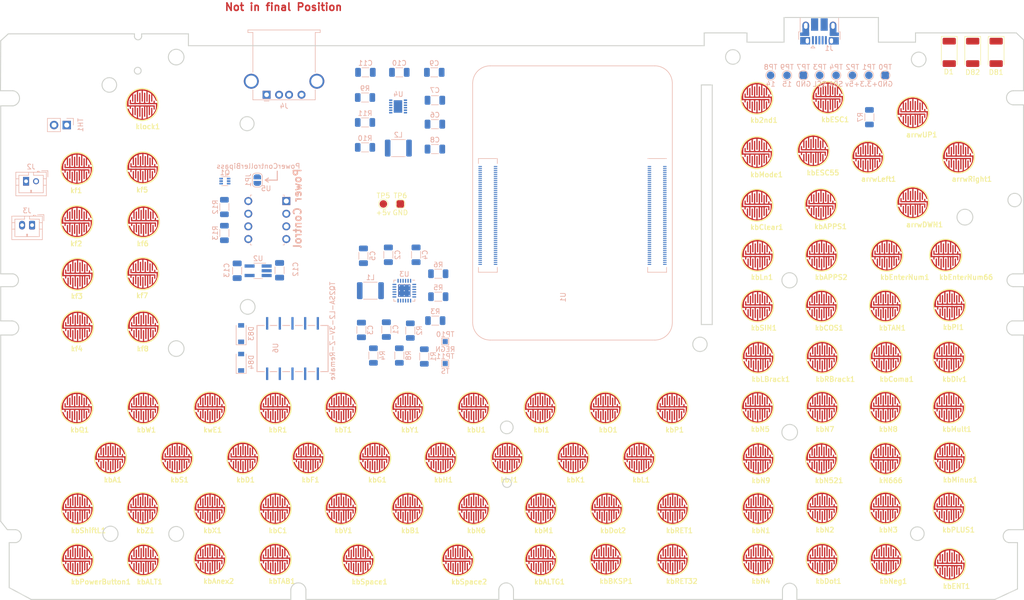
<source format=kicad_pcb>
(kicad_pcb (version 20210228) (generator pcbnew)
  (layers (0 "F.Cu" signal) (31 "B.Cu" signal) (34 "B.Paste" user) (35 "F.Paste" user) (36 "B.SilkS" user "B.Silkscreen") (37 "F.SilkS" user "F.Silkscreen") (38 "B.Mask" user) (39 "F.Mask" user) (44 "Edge.Cuts" user))
  (net 0 "")
  (net 1 "col9")
  (net 2 "Net-(D83-Pad2)")
  (net 3 "col7")
  (net 4 "col8")
  (net 5 "col0")
  (net 6 "Net-(D84-Pad2)")
  (net 7 "Net-(J4-Pad2)")
  (net 8 "Net-(J4-Pad3)")
  (net 9 "Net-(R12-Pad2)")
  (net 10 "Net-(TP12-Pad1)")
  (net 14 "+5")
  (net 16 "GND")
  (net 17 "SDA")
  (net 18 "SCL")
  (net 20 "+3.3")
  (net 30 "+3.3 High Current")
  (net 35 "5vRegulator")
  (net 39 "row0")
  (net 44 "row4")
  (net 45 "row5")
  (net 46 "row6")
  (net 47 "row7")
  (net 51 "Net-(D1-Pad2)")
  (net 54 "Net-(C1-Pad2)")
  (net 55 "Net-(C2-Pad1)")
  (net 56 "BAT+")
  (net 57 "Net-(C3-Pad1)")
  (net 59 "piWatchDogPin")
  (net 66 "SerialPin15")
  (net 68 "SerialPin14")
  (net 85 "+1.8")
  (net 98 "Net-(C3-Pad2)")
  (net 99 "Net-(D81-Pad2)")
  (net 100 "Net-(C4-Pad2)")
  (net 101 "Net-(C6-Pad2)")
  (net 102 "Net-(D81-Pad1)")
  (net 103 "Net-(R1-Pad2)")
  (net 104 "CCVref")
  (net 105 "!ChargeStatus")
  (net 106 "!PowerGood")
  (net 107 "Net-(R3-Pad2)")
  (net 108 "Net-(R4-Pad2)")
  (net 109 "Net-(R8-Pad2)")
  (net 110 "chargeDisable")
  (net 113 "Net-(D82-Pad2)")
  (net 114 "Net-(C8-Pad2)")
  (net 115 "Net-(C9-Pad1)")
  (net 116 "Net-(C10-Pad1)")
  (net 117 "Net-(C10-Pad2)")
  (net 118 "batCell+")
  (net 119 "FB")
  (net 121 "SetPowerOFF")
  (net 123 "Net-(U5-Pad5)")
  (net 124 "Net-(R13-Pad1)")
  (net 128 "SetPowerON")
  (net 197 "col1")
  (footprint "18650:Kbpad" (layer "F.Cu") (at 204.343 100.457)
    (fp_text reference "kbLBrack1")
    (fp_text value "(" hide)
  )
  (footprint "LED_SMD:LED_2010_5025Metric" (layer "F.Cu") (at 242.8 39.4 -90)
    (fp_text reference "D1")
    (fp_text value "Activity")
  )
  (footprint "18650:Kbpad" (layer "F.Cu") (at 204.089 59.436)
    (fp_text reference "kbMode1")
    (fp_text value "Mode" hide)
  )
  (footprint "18650:Kbpad" (layer "F.Cu") (at 217.043 80.01)
    (fp_text reference "kbAPPS2")
    (fp_text value "Apps" hide)
  )
  (footprint "18650:Kbpad" (layer "F.Cu") (at 67.818 110.617)
    (fp_text reference "kbQ1")
    (fp_text value "Q" hide)
  )
  (footprint "18650:Kbpad" (layer "F.Cu") (at 217.17 110.49)
    (fp_text reference "kbN7")
    (fp_text value "8" hide)
  )
  (footprint "18650:Kbpad" (layer "F.Cu") (at 81.153 141.097)
    (fp_text reference "kbALT1")
    (fp_text value "Alt" hide)
  )
  (footprint "18650:Kbpad" (layer "F.Cu") (at 74.549 120.65)
    (fp_text reference "kbA1")
    (fp_text value "A" hide)
  )
  (footprint "18650:Kbpad" (layer "F.Cu") (at 167.259 120.65)
    (fp_text reference "kbK1")
    (fp_text value "K" hide)
  )
  (footprint "18650:Kbpad" (layer "F.Cu") (at 120.777 130.81)
    (fp_text reference "kbV1")
    (fp_text value "V" hide)
  )
  (footprint "18650:Kbpad" (layer "F.Cu") (at 217.17 140.97)
    (fp_text reference "kbDot1")
    (fp_text value "." hide)
  )
  (footprint "18650:Kbpad" (layer "F.Cu") (at 114.173 120.65)
    (fp_text reference "kbF1")
    (fp_text value "F" hide)
  )
  (footprint "18650:Kbpad" (layer "F.Cu") (at 81.026 62.484)
    (fp_text reference "kf5")
    (fp_text value "F5" hide)
  )
  (footprint "18650:Kbpad" (layer "F.Cu") (at 204.216 80.01)
    (fp_text reference "kbLn1")
    (fp_text value "LN" hide)
  )
  (footprint "18650:Kbpad" (layer "F.Cu") (at 229.87 90.17)
    (fp_text reference "kbTAN1")
    (fp_text value "Tan" hide)
  )
  (footprint "LED_SMD:LED_2010_5025Metric" (layer "F.Cu") (at 252.2 39.4 -90)
    (fp_text reference "D81")
    (fp_text value "CHG/ERR")
  )
  (footprint "18650:Kbpad" (layer "F.Cu") (at 230.124 80.01)
    (fp_text reference "kbEnterNum1")
    (fp_text value "EnterN" hide)
  )
  (footprint "18650:Kbpad" (layer "F.Cu") (at 160.782 141.097)
    (fp_text reference "kbALTG1")
    (fp_text value "AltG" hide)
  )
  (footprint "18650:Kbpad" (layer "F.Cu") (at 180.467 120.65)
    (fp_text reference "kbL1")
    (fp_text value "L" hide)
  )
  (footprint "18650:Kbpad" (layer "F.Cu") (at 173.99 130.81)
    (fp_text reference "kbDot2")
    (fp_text value "Tet" hide)
  )
  (footprint "18650:Kbpad" (layer "F.Cu") (at 87.884 120.65)
    (fp_text reference "kbS1")
    (fp_text value "S" hide)
  )
  (footprint "18650:Kbpad" (layer "F.Cu") (at 134.112 110.617)
    (fp_text reference "kbY1")
    (fp_text value "Y" hide)
  )
  (footprint "18650:Kbpad" (layer "F.Cu") (at 81.153 94.361)
    (fp_text reference "kf8")
    (fp_text value "F8" hide)
  )
  (footprint "18650:Kbpad" (layer "F.Cu") (at 217.17 130.683)
    (fp_text reference "kbN2")
    (fp_text value "2" hide)
  )
  (footprint "18650:Kbpad" (layer "F.Cu") (at 187.071 110.617)
    (fp_text reference "kbP1")
    (fp_text value "P" hide)
  )
  (footprint "TestPoint:TestPoint_Pad_D1.5mm" (layer "F.Cu") (at 129.4 69.8)
    (fp_text reference "TP5")
    (fp_text value "+5v")
  )
  (footprint "18650:Kbpad" (layer "F.Cu") (at 67.945 83.82)
    (fp_text reference "kf3")
    (fp_text value "F3" hide)
  )
  (footprint "18650:Kbpad" (layer "F.Cu") (at 204.089 69.977)
    (fp_text reference "kbClear1")
    (fp_text value "Clear" hide)
  )
  (footprint "18650:Kbpad" (layer "F.Cu") (at 154.051 120.65)
    (fp_text reference "kbJ1")
    (fp_text value "J" hide)
  )
  (footprint "18650:Kbpad" (layer "F.Cu") (at 124.206 141.097)
    (fp_text reference "kbSpace1")
    (fp_text value "Space" hide)
  )
  (footprint "18650:Kbpad" (layer "F.Cu") (at 229.87 120.777)
    (fp_text reference "kN666")
    (fp_text value "6" hide)
  )
  (footprint "18650:Kbpad" (layer "F.Cu") (at 67.945 130.81)
    (fp_text reference "kbShiftL1")
    (fp_text value "L-Shift" hide)
  )
  (footprint "18650:Kbpad" (layer "F.Cu") (at 144.145 141.097)
    (fp_text reference "kbSpace2")
    (fp_text value "Space" hide)
  )
  (footprint "18650:Kbpad" (layer "F.Cu") (at 235.331 69.469)
    (fp_text reference "arrwDWN1")
    (fp_text value "ArwDwn" hide)
  )
  (footprint "18650:Kbpad" (layer "F.Cu") (at 242.57 110.49)
    (fp_text reference "kbMult1")
    (fp_text value "*" hide)
  )
  (footprint "TestPoint:TestPoint_Pad_D1.5mm" (layer "F.Cu") (at 132.8 69.8)
    (fp_text reference "TP6")
    (fp_text value "GND")
  )
  (footprint "18650:Kbpad" (layer "F.Cu") (at 80.899 49.784)
    (fp_text reference "klock1")
    (fp_text value "lock" hide)
  )
  (footprint "18650:Kbpad" (layer "F.Cu") (at 120.777 110.617)
    (fp_text reference "kbT1")
    (fp_text value "T" hide)
  )
  (footprint "18650:Kbpad" (layer "F.Cu") (at 229.87 130.683)
    (fp_text reference "kbN3")
    (fp_text value "3" hide)
  )
  (footprint "18650:Kbpad" (layer "F.Cu") (at 160.782 130.81)
    (fp_text reference "kbM1")
    (fp_text value "M" hide)
  )
  (footprint "18650:Kbpad" (layer "F.Cu") (at 229.87 110.49)
    (fp_text reference "kbN8")
    (fp_text value "9" hide)
  )
  (footprint "18650:Kbpad" (layer "F.Cu") (at 67.818 73.279)
    (fp_text reference "kf2")
    (fp_text value "F2" hide)
  )
  (footprint "18650:Kbpad" (layer "F.Cu") (at 204.216 90.17)
    (fp_text reference "kbSIN1")
    (fp_text value "Sin" hide)
  )
  (footprint "18650:Kbpad" (layer "F.Cu") (at 218.313 48.387)
    (fp_text reference "kbESC1")
    (fp_text value "ESC" hide)
  )
  (footprint "18650:Kbpad" (layer "F.Cu") (at 204.089 48.514)
    (fp_text reference "kb2nd1")
    (fp_text value "2ndUP" hide)
  )
  (footprint "18650:Kbpad" (layer "F.Cu") (at 204.216 110.49)
    (fp_text reference "kbN5")
    (fp_text value "7" hide)
  )
  (footprint "18650:Kbpad" (layer "F.Cu") (at 140.716 120.65)
    (fp_text reference "kbH1")
    (fp_text value "H" hide)
  )
  (footprint "18650:Kbpad" (layer "F.Cu") (at 173.736 110.617)
    (fp_text reference "kbO1")
    (fp_text value "O" hide)
  )
  (footprint "18650:Kbpad" (layer "F.Cu") (at 229.997 140.97)
    (fp_text reference "kbNeg1")
    (fp_text value "(-)" hide)
  )
  (footprint "18650:Kbpad" (layer "F.Cu") (at 81.153 73.279)
    (fp_text reference "kf6")
    (fp_text value "F6" hide)
  )
  (footprint "18650:Kbpad" (layer "F.Cu") (at 204.343 120.777)
    (fp_text reference "kbN9")
    (fp_text value "4" hide)
  )
  (footprint "18650:Kbpad" (layer "F.Cu") (at 127.508 120.65)
    (fp_text reference "kbG1")
    (fp_text value "G" hide)
  )
  (footprint "18650:Kbpad" (layer "F.Cu") (at 244.475 60.325)
    (fp_text reference "arrwRight1")
    (fp_text value "ArwRight" hide)
  )
  (footprint "18650:Kbpad" (layer "F.Cu") (at 81.026 83.693)
    (fp_text reference "kf7")
    (fp_text value "F7" hide)
  )
  (footprint "18650:Kbpad" (layer "F.Cu") (at 67.945 141.097)
    (fp_text reference "kbPowerButton1")
    (fp_text value "CTRL" hide)
  )
  (footprint "18650:Kbpad" (layer "F.Cu") (at 204.343 130.81)
    (fp_text reference "kbN1")
    (fp_text value "1" hide)
  )
  (footprint "18650:Kbpad" (layer "F.Cu") (at 216.916 69.85)
    (fp_text reference "kbAPPS1")
    (fp_text value "Apps" hide)
  )
  (footprint "18650:Kbpad" (layer "F.Cu") (at 67.945 94.361)
    (fp_text reference "kf4")
    (fp_text value "F4" hide)
  )
  (footprint "18650:Kbpad" (layer "F.Cu") (at 173.863 140.97)
    (fp_text reference "kbBKSP1")
    (fp_text value "BckSp" hide)
  )
  (footprint "18650:Kbpad" (layer "F.Cu") (at 242.697 120.65)
    (fp_text reference "kbMinus1")
    (fp_text value "Minus" hide)
  )
  (footprint "18650:Kbpad" (layer "F.Cu") (at 94.488 130.81)
    (fp_text reference "kbX1")
    (fp_text value "X" hide)
  )
  (footprint "18650:Kbpad" (layer "F.Cu") (at 101.092 120.65)
    (fp_text reference "kbD1")
    (fp_text value "D" hide)
  )
  (footprint "18650:Kbpad" (layer "F.Cu") (at 160.655 110.617)
    (fp_text reference "kbI1")
    (fp_text value "I" hide)
  )
  (footprint "18650:Kbpad" (layer "F.Cu") (at 134.112 130.81)
    (fp_text reference "kbB1")
    (fp_text value "B" hide)
  )
  (footprint "18650:Kbpad" (layer "F.Cu") (at 235.331 51.435)
    (fp_text reference "arrwUP1")
    (fp_text value "ArwUP" hide)
  )
  (footprint "18650:Kbpad" (layer "F.Cu") (at 67.818 62.611)
    (fp_text reference "kf1")
    (fp_text value "F1" hide)
  )
  (footprint "18650:Kbpad" (layer "F.Cu") (at 81.153 110.617)
    (fp_text reference "kbW1")
    (fp_text value "W" hide)
  )
  (footprint "18650:Kbpad" (layer "F.Cu") (at 107.569 140.97)
    (fp_text reference "kbTAB1")
    (fp_text value "TAB" hide)
  )
  (footprint "18650:Kbpad" (layer "F.Cu") (at 226.314 60.325)
    (fp_text reference "arrwLeft1")
    (fp_text value "ArwLeft" hide)
  )
  (footprint "18650:Kbpad" (layer "F.Cu") (at 241.935 80.01)
    (fp_text reference "kbEnterNum66")
    (fp_text value "EnterN" hide)
  )
  (footprint "18650:Kbpad" (layer "F.Cu") (at 242.697 141.986)
    (fp_text reference "kbENT1")
    (fp_text value "ENTER" hide)
  )
  (footprint "18650:Kbpad" (layer "F.Cu") (at 204.343 140.97)
    (fp_text reference "kbN4")
    (fp_text value "0" hide)
  )
  (footprint "18650:Kbpad" (layer "F.Cu") (at 107.569 110.617)
    (fp_text reference "kbR1")
    (fp_text value "R" hide)
  )
  (footprint "18650:Kbpad" (layer "F.Cu") (at 229.997 100.457)
    (fp_text reference "kbComa1")
    (fp_text value "Coma" hide)
  )
  (footprint "18650:Kbpad" (layer "F.Cu") (at 94.488 140.97)
    (fp_text reference "kbAnex2")
    (fp_text value "BTN2" hide)
  )
  (footprint "18650:Kbpad" (layer "F.Cu") (at 215.392 59.055)
    (fp_text reference "kbESC55")
    (fp_text value "ESC" hide)
  )
  (footprint "18650:Kbpad" (layer "F.Cu") (at 217.043 90.17)
    (fp_text reference "kbCOS1")
    (fp_text value "Cos" hide)
  )
  (footprint "18650:Kbpad" (layer "F.Cu") (at 107.569 130.81)
    (fp_text reference "kbC1")
    (fp_text value "C" hide)
  )
  (footprint "18650:Kbpad" (layer "F.Cu") (at 147.32 110.617)
    (fp_text reference "kbU1")
    (fp_text value "U" hide)
  )
  (footprint "18650:Kbpad" (layer "F.Cu") (at 81.026 130.81)
    (fp_text reference "kbZ1")
    (fp_text value "Z" hide)
  )
  (footprint "LED_SMD:LED_2010_5025Metric" (layer "F.Cu") (at 247.5 39.4 -90)
    (fp_text reference "D82")
    (fp_text value "PWR IND")
  )
  (footprint "18650:Kbpad" (layer "F.Cu") (at 187.198 140.97)
    (fp_text reference "kbRET32")
    (fp_text value "Return" hide)
  )
  (footprint "18650:Kbpad" (layer "F.Cu") (at 217.17 100.457)
    (fp_text reference "kbRBrack1")
    (fp_text value ")" hide)
  )
  (footprint "18650:Kbpad" (layer "F.Cu") (at 242.697 90.043)
    (fp_text reference "kbPI1")
    (fp_text value "PI" hide)
  )
  (footprint "18650:Kbpad" (layer "F.Cu") (at 217.043 120.777)
    (fp_text reference "kbN521")
    (fp_text value "5" hide)
  )
  (footprint "18650:Kbpad" (layer "F.Cu") (at 187.198 130.81)
    (fp_text reference "kbRET1")
    (fp_text value "Return" hide)
  )
  (footprint "18650:Kbpad" (layer "F.Cu") (at 94.488 110.617)
    (fp_text reference "kwE1")
    (fp_text value "E" hide)
  )
  (footprint "18650:Kbpad" (layer "F.Cu") (at 242.57 100.457)
    (fp_text reference "kbDiv1")
    (fp_text value "/" hide)
  )
  (footprint "18650:Kbpad" (layer "F.Cu") (at 147.32 130.81)
    (fp_text reference "kbN6")
    (fp_text value "N" hide)
  )
  (footprint "18650:Kbpad" (layer "F.Cu") (at 242.57 130.683)
    (fp_text reference "kbPLUS1")
    (fp_text value "+" hide)
  )
  (footprint "TestPoint:TestPoint_Pad_1.0x1.0mm" (layer "B.Cu") (at 141.8 97.4 180)
    (fp_text reference "TP10")
    (fp_text value "REGN")
  )
  (footprint "Capacitor_SMD:C_1206_3216Metric" (layer "B.Cu") (at 135.95 80 -90)
    (fp_text reference "C4")
    (fp_text value "1uF")
  )
  (footprint "Resistor_SMD:R_1206_3216Metric" (layer "B.Cu") (at 125.725 53.45 180)
    (fp_text reference "R11")
    (fp_text value "23.2K")
  )
  (footprint "TestPoint:TestPoint_Pad_D1.5mm" (layer "B.Cu") (at 210.281292 44 180)
    (fp_text reference "TP9")
    (fp_text value "15")
  )
  (footprint "Resistor_SMD:R_1206_3216Metric" (layer "B.Cu") (at 125.725 48.45 180)
    (fp_text reference "R9")
    (fp_text value "4.7")
  )
  (footprint "Resistor_SMD:R_1206_3216Metric" (layer "B.Cu") (at 97.54 70.42 -90)
    (fp_text reference "R12")
    (fp_text value "1K")
  )
  (footprint "TestPoint:TestPoint_Pad_D1.5mm" (layer "B.Cu") (at 226.687752 44 180)
    (fp_text reference "TP1")
    (fp_text value "+3.3")
  )
  (footprint "Resistor_SMD:R_1206_3216Metric" (layer "B.Cu") (at 125.725 58.45 180)
    (fp_text reference "R10")
    (fp_text value "105K")
  )
  (footprint "Inductor_SMD:L_1812_4532Metric" (layer "B.Cu") (at 132.4 58.6 180)
    (fp_text reference "L2")
    (fp_text value "10uH")
  )
  (footprint "Package_TO_SOT_SMD:TSOT-23-5_HandSoldering" (layer "B.Cu") (at 104.3 83.2 180)
    (fp_text reference "U2")
    (fp_text value "NCP114ASN330T1G")
  )
  (footprint "Resistor_SMD:R_1206_3216Metric" (layer "B.Cu") (at 134.8 95.2 90)
    (fp_text reference "R2")
    (fp_text value "5.23K")
  )
  (footprint "TestPoint:TestPoint_Pad_1.0x1.0mm" (layer "B.Cu") (at 141.8 101.8 180)
    (fp_text reference "TP11")
    (fp_text value "TS")
  )
  (footprint "Diode_SMD:D_SOD-123" (layer "B.Cu") (at 100.9 95.8 90)
    (fp_text reference "D83")
    (fp_text value "1N4148W")
  )
  (footprint "Capacitor_SMD:C_1206_3216Metric" (layer "B.Cu") (at 139.725 53.8 180)
    (fp_text reference "C6")
    (fp_text value "5.6nF")
  )
  (footprint "Capacitor_SMD:C_1206_3216Metric" (layer "B.Cu") (at 130 95 90)
    (fp_text reference "C1")
    (fp_text value "4.7 uF")
  )
  (footprint "Capacitor_SMD:C_1206_3216Metric" (layer "B.Cu") (at 100.1 83.2 90)
    (fp_text reference "C13")
    (fp_text value "10 uF")
  )
  (footprint "Connector_USB:USB_Micro-B_Amphenol_10103594-0001LF_Horizontal" (layer "B.Cu") (at 216.8 35.2)
    (fp_text reference "J1")
    (fp_text value "USB_B")
  )
  (footprint "Capacitor_SMD:C_1206_3216Metric" (layer "B.Cu") (at 125.8 43.4 180)
    (fp_text reference "C11")
    (fp_text value "22uF")
  )
  (footprint "Resistor_SMD:R_1206_3216Metric" (layer "B.Cu") (at 127.4 100.2 90)
    (fp_text reference "R4")
    (fp_text value "CALC")
  )
  (footprint "digikey-footprints:DIP-8_W7.62mm" (layer "B.Cu") (at 109.95 69.22 180)
    (fp_text reference "U5")
    (fp_text value "ATTINY85-20PU")
  )
  (footprint "Connector_PinSocket_2.54mm:PinSocket_1x02_P2.54mm_Vertical" (layer "B.Cu") (at 65.95 53.975 90)
    (fp_text reference "TH1")
    (fp_text value "10K")
  )
  (footprint "Capacitor_SMD:C_1206_3216Metric" (layer "B.Cu") (at 108.6 83.1 -90)
    (fp_text reference "C12")
    (fp_text value "10 uF")
  )
  (footprint "TestPoint:TestPoint_Pad_D1.5mm" (layer "B.Cu") (at 216.843876 44 180)
    (fp_text reference "TP3")
    (fp_text value "SCL")
  )
  (footprint "Capacitor_SMD:C_1206_3216Metric" (layer "B.Cu") (at 125 95.075 -90)
    (fp_text reference "C3")
    (fp_text value "47nF")
  )
  (footprint "Package_TO_SOT_SMD:SOT-563" (layer "B.Cu") (at 97.64 65.22 180)
    (fp_text reference "Q1")
    (fp_text value "EMH3")
  )
  (footprint "Resistor_SMD:R_1206_3216Metric" (layer "B.Cu") (at 97.54 75.62 -90)
    (fp_text reference "R13")
    (fp_text value "330")
  )
  (footprint "teensy:TQ2SA-L2-3V-Z" (layer "B.Cu") (at 111.2 98.8 90)
    (fp_text reference "U6")
    (fp_text value "TQ2SA-L2-3V-Z-Remake")
  )
  (footprint "TestPoint:TestPoint_Pad_D1.5mm" (layer "B.Cu") (at 213.562584 43.995875 180)
    (fp_text reference "TP7")
    (fp_text value "GND")
  )
  (footprint "Capacitor_SMD:C_1206_3216Metric" (layer "B.Cu") (at 139.725 49)
    (fp_text reference "C7")
    (fp_text value "2.2uF")
  )
  (footprint "Inductor_SMD:L_1812_4532Metric" (layer "B.Cu") (at 126.8 87.2 180)
    (fp_text reference "L1")
    (fp_text value "1uH")
  )
  (footprint "Jumper:SolderJumper-2_P1.3mm_Open_RoundedPad1.0x1.5mm" (layer "B.Cu") (at 104.14 65.02 -90)
    (fp_text reference "JP1")
    (fp_text value "PowerControllerBipass")
  )
  (footprint "Package_DFN_QFN:VQFN-24-1EP_4x4mm_P0.5mm_EP2.45x2.45mm_ThermalVias" (layer "B.Cu") (at 133.6 87.2 180)
    (fp_text reference "U3")
    (fp_text value "BQ25887RGET")
  )
  (footprint "trinamic-footprints:TDFN-12_3x3mm_P0.5mm" (layer "B.Cu") (at 132.325 50.25 180)
    (fp_text reference "U4")
    (fp_text value "MAX17643")
  )
  (footprint "Connector_JST:JST_PH_B2B-PH-K_1x02_P2.00mm_Vertical" (layer "B.Cu") (at 59 74.05 180)
    (fp_text reference "J3")
    (fp_text value "Conn_01x02")
  )
  (footprint "TestPoint:TestPoint_Pad_D1.5mm" (layer "B.Cu") (at 223.40646 44 180)
    (fp_text reference "TP2")
    (fp_text value "+5v")
  )
  (footprint "Connector_USB:USB_A_Stewart_SS-52100-001_Horizontal" (layer "B.Cu") (at 106 47.9)
    (fp_text reference "J4")
    (fp_text value "USB_A")
  )
  (footprint "Resistor_SMD:R_1206_3216Metric" (layer "B.Cu") (at 137.6 100.4 90)
    (fp_text reference "R1")
    (fp_text value "30.1K")
  )
  (footprint "CM4:Raspberry-Pi-4-Compute-Module" (layer "B.Cu") (at 167.3 72.1 180)
    (fp_text reference "U1")
    (fp_text value "Compute_Module_4_Connectors")
  )
  (footprint "TestPoint:TestPoint_Pad_D1.5mm" (layer "B.Cu") (at 220.125168 44 180)
    (fp_text reference "TP4")
    (fp_text value "SDA")
  )
  (footprint "Resistor_SMD:R_1206_3216Metric" (layer "B.Cu") (at 139.8 93.2 180)
    (fp_text reference "R3")
    (fp_text value "383")
  )
  (footprint "Capacitor_SMD:C_1206_3216Metric" (layer "B.Cu") (at 125.4 80.2 90)
    (fp_text reference "C5")
    (fp_text value "10 uF")
  )
  (footprint "Capacitor_SMD:C_1206_3216Metric" (layer "B.Cu") (at 132.6 43.4 180)
    (fp_text reference "C10")
    (fp_text value ".1uF")
  )
  (footprint "Diode_SMD:D_SOD-123" (layer "B.Cu") (at 100.9 101.55 90)
    (fp_text reference "D84")
    (fp_text value "1N4148W")
  )
  (footprint "Resistor_SMD:R_1206_3216Metric" (layer "B.Cu") (at 226.8 52.4 -90)
    (fp_text reference "R7")
    (fp_text value "10K")
  )
  (footprint "Connector_JST:JST_PH_B2B-PH-K_1x02_P2.00mm_Vertical" (layer "B.Cu") (at 59.8 65.25 180)
    (fp_text reference "J2")
    (fp_text value "Conn_01x02")
  )
  (footprint "TestPoint:TestPoint_Pad_D1.5mm" (layer "B.Cu") (at 207 44 180)
    (fp_text reference "TP8")
    (fp_text value "14")
  )
  (footprint "Capacitor_SMD:C_1206_3216Metric" (layer "B.Cu") (at 139.725 58.8 180)
    (fp_text reference "C8")
    (fp_text value "2.2uF")
  )
  (footprint "Capacitor_SMD:C_1206_3216Metric" (layer "B.Cu") (at 139.6 43.4)
    (fp_text reference "C9")
    (fp_text value ".1uF")
  )
  (footprint "Capacitor_SMD:C_1206_3216Metric" (layer "B.Cu") (at 130.4 80 90)
    (fp_text reference "C2")
    (fp_text value "10 uF")
  )
  (footprint "Resistor_SMD:R_1206_3216Metric" (layer "B.Cu") (at 140.4 88.4 180)
    (fp_text reference "R5")
    (fp_text value "10K")
  )
  (footprint "TestPoint:TestPoint_Pad_D1.5mm" (layer "B.Cu") (at 229.969048 44 180)
    (fp_text reference "TP0")
    (fp_text value "GND")
  )
  (footprint "Resistor_SMD:R_1206_3216Metric" (layer "B.Cu") (at 132.6 100.2 90)
    (fp_text reference "R8")
    (fp_text value "300")
  )
  (footprint "Resistor_SMD:R_1206_3216Metric" (layer "B.Cu") (at 140.4 83.8)
    (fp_text reference "R6")
    (fp_text value "10K")
  )
  (gr_line (start 108.14 65.02) (end 105.74 65.02) (layer "B.SilkS") (width 0.2))
  (gr_line (start 106.34 65.42) (end 105.74 65.02) (layer "B.SilkS") (width 0.2))
  (gr_line (start 108.14 63.22) (end 108.14 65.02) (layer "B.SilkS") (width 0.2))
  (gr_line (start 105.74 65.02) (end 106.34 64.62) (layer "B.SilkS") (width 0.2))
  (gr_line (start 106.34 64.62) (end 105.74 65.02) (layer "B.SilkS") (width 0.2))
  (gr_circle (center 87.878047 40.344488) (end 89.444787 40.344488) (layer "Edge.Cuts") (width 0.2) (fill none))
  (gr_line (start 79.511033 36.156607) (end 79.511033 35.679961) (layer "Edge.Cuts") (width 0.2))
  (gr_line (start 255.606555 83.823101) (end 257.689234 83.823101) (layer "Edge.Cuts") (width 0.2))
  (gr_line (start 110.846228 149.119453) (end 110.846228 147.163339) (layer "Edge.Cuts") (width 0.2))
  (gr_circle (center 74.483398 45.931651) (end 75.949141 45.931651) (layer "Edge.Cuts") (width 0.2) (fill none))
  (gr_arc (start 210.82 147.32) (end 212.262719 147.163339) (angle -167.6054087) (layer "Edge.Cuts") (width 0.2))
  (gr_line (start 209.377282 149.119453) (end 209.377282 147.163339) (layer "Edge.Cuts") (width 0.2))
  (gr_line (start 193.118721 45.931651) (end 193.118721 93.981961) (layer "Edge.Cuts") (width 0.2))
  (gr_line (start 54.04491 135.132346) (end 55.745854 135.132346) (layer "Edge.Cuts") (width 0.2))
  (gr_line (start 152.531859 149.119453) (end 152.531859 147.163339) (layer "Edge.Cuts") (width 0.2))
  (gr_circle (center 154.125536 114.61403) (end 155.404122 114.61403) (layer "Edge.Cuts") (width 0.2) (fill none))
  (gr_line (start 255.331018 93.260233) (end 257.689234 93.260233) (layer "Edge.Cuts") (width 0.2))
  (gr_line (start 257.689234 96.090722) (end 255.331018 96.090722) (layer "Edge.Cuts") (width 0.2))
  (gr_line (start 193.118721 93.981961) (end 195.303758 93.981961) (layer "Edge.Cuts") (width 0.2))
  (gr_line (start 52.717112 93.260233) (end 54.959219 93.260233) (layer "Edge.Cuts") (width 0.2))
  (gr_line (start 54.959219 96.090722) (end 52.717112 96.090722) (layer "Edge.Cuts") (width 0.2))
  (gr_line (start 193.694947 38.05739) (end 90.332734 38.05739) (layer "Edge.Cuts") (width 0.2))
  (gr_circle (center 192.840498 97.951596) (end 194.284512 97.951596) (layer "Edge.Cuts") (width 0.2) (fill none))
  (gr_circle (center 199.435898 40.316777) (end 200.901773 40.316777) (layer "Edge.Cuts") (width 0.2) (fill none))
  (gr_line (start 54.421544 137.726318) (end 54.421544 146.763476) (layer "Edge.Cuts") (width 0.2))
  (gr_circle (center 102.206153 90.441791) (end 103.68554 90.441791) (layer "Edge.Cuts") (width 0.2) (fill none))
  (gr_line (start 113.877101 149.119453) (end 152.531859 149.119453) (layer "Edge.Cuts") (width 0.2))
  (gr_line (start 255.606555 47.090876) (end 257.689234 47.090876) (layer "Edge.Cuts") (width 0.2))
  (gr_line (start 195.303758 45.931651) (end 193.118721 45.931651) (layer "Edge.Cuts") (width 0.2))
  (gr_line (start 251.944476 149.119453) (end 256.471212 147.020908) (layer "Edge.Cuts") (width 0.2))
  (gr_circle (center 74.701449 135.95338) (end 76.228335 135.95338) (layer "Edge.Cuts") (width 0.2) (fill none))
  (gr_arc (start 255.79535 94.675477) (end 255.331018 93.260233) (angle -143.6713864) (layer "Edge.Cuts") (width 0.2))
  (gr_line (start 257.689234 83.823101) (end 257.689234 49.923788) (layer "Edge.Cuts") (width 0.2))
  (gr_line (start 54.421544 146.763476) (end 58.807415 149.119453) (layer "Edge.Cuts") (width 0.2))
  (gr_line (start 257.689234 47.090876) (end 257.689234 36.881652) (layer "Edge.Cuts") (width 0.2))
  (gr_line (start 212.262719 149.119453) (end 251.944476 149.119453) (layer "Edge.Cuts") (width 0.2))
  (gr_line (start 254.728595 135.132346) (end 257.689234 135.132346) (layer "Edge.Cuts") (width 0.2))
  (gr_line (start 257.689234 135.132346) (end 257.689234 96.090722) (layer "Edge.Cuts") (width 0.2))
  (gr_line (start 52.717112 86.388986) (end 52.717112 93.260233) (layer "Edge.Cuts") (width 0.2))
  (gr_line (start 52.717112 133.461221) (end 54.04491 135.132346) (layer "Edge.Cuts") (width 0.2))
  (gr_line (start 113.877101 147.163339) (end 113.877101 149.119453) (layer "Edge.Cuts") (width 0.2))
  (gr_circle (center 236.679784 40.819986) (end 238.151394 40.819986) (layer "Edge.Cuts") (width 0.2) (fill none))
  (gr_arc (start 255.690745 48.507332) (end 255.606555 47.090876) (angle -173.1970275) (layer "Edge.Cuts") (width 0.2))
  (gr_line (start 202.267532 37.359827) (end 202.267532 35.489194) (layer "Edge.Cuts") (width 0.2))
  (gr_line (start 54.241741 35.679961) (end 52.717112 37.069415) (layer "Edge.Cuts") (width 0.2))
  (gr_line (start 256.221918 35.489194) (end 236.043554 35.489194) (layer "Edge.Cuts") (width 0.2))
  (gr_arc (start 112.361665 147.31651) (end 113.877101 147.163339) (angle -168.4570531) (layer "Edge.Cuts") (width 0.2))
  (gr_line (start 80.960981 35.679961) (end 80.960981 36.156607) (layer "Edge.Cuts") (width 0.2))
  (gr_line (start 55.171351 86.388986) (end 52.717112 86.388986) (layer "Edge.Cuts") (width 0.2))
  (gr_line (start 257.689234 93.260233) (end 257.689234 86.388986) (layer "Edge.Cuts") (width 0.2))
  (gr_circle (center 245.939281 72.444126) (end 247.524355 72.444126) (layer "Edge.Cuts") (width 0.2) (fill none))
  (gr_line (start 55.745854 137.726318) (end 54.421544 137.726318) (layer "Edge.Cuts") (width 0.2))
  (gr_arc (start 80.236007 36.147063) (end 79.511033 36.156607) (angle -178.4914123) (layer "Edge.Cuts") (width 0.2))
  (gr_circle (center 87.88076 135.979552) (end 89.371628 135.979552) (layer "Edge.Cuts") (width 0.2) (fill none))
  (gr_line (start 212.262719 147.163339) (end 212.262719 149.119453) (layer "Edge.Cuts") (width 0.2))
  (gr_circle (center 80.175766 43.078464) (end 80.864428 43.078464) (layer "Edge.Cuts") (width 0.2) (fill none))
  (gr_line (start 52.717112 50.122276) (end 52.717112 83.823101) (layer "Edge.Cuts") (width 0.2))
  (gr_line (start 193.694947 35.489194) (end 193.694947 38.05739) (layer "Edge.Cuts") (width 0.2))
  (gr_circle (center 87.888351 98.810974) (end 89.458259 98.810974) (layer "Edge.Cuts") (width 0.2) (fill none))
  (gr_line (start 257.689234 49.923788) (end 255.606555 49.923788) (layer "Edge.Cuts") (width 0.2))
  (gr_line (start 90.332734 35.679961) (end 80.960981 35.679961) (layer "Edge.Cuts") (width 0.2))
  (gr_line (start 52.717112 96.090722) (end 52.717112 133.461221) (layer "Edge.Cuts") (width 0.2))
  (gr_line (start 58.807415 149.119453) (end 110.846228 149.119453) (layer "Edge.Cuts") (width 0.2))
  (gr_circle (center 154.180538 125.769149) (end 155.067666 125.769149) (layer "Edge.Cuts") (width 0.2) (fill none))
  (gr_circle (center 210.791464 85.116178) (end 212.317255 85.116178) (layer "Edge.Cuts") (width 0.2) (fill none))
  (gr_line (start 55.171351 50.122276) (end 52.717112 50.122276) (layer "Edge.Cuts") (width 0.2))
  (gr_line (start 236.043554 35.489194) (end 236.043554 37.359827) (layer "Edge.Cuts") (width 0.2))
  (gr_line (start 90.332734 38.05739) (end 90.332734 35.679961) (layer "Edge.Cuts") (width 0.2))
  (gr_circle (center 102.083289 53.701064) (end 103.49673 53.701064) (layer "Edge.Cuts") (width 0.2) (fill none))
  (gr_circle (center 255.903099 69.014106) (end 257.255485 69.014106) (layer "Edge.Cuts") (width 0.2) (fill none))
  (gr_line (start 195.303758 93.981961) (end 195.303758 45.931651) (layer "Edge.Cuts") (width 0.2))
  (gr_circle (center 236.400046 135.930695) (end 237.773608 135.930695) (layer "Edge.Cuts") (width 0.2) (fill none))
  (gr_line (start 209.695877 32.4) (end 209.695877 37.359827) (layer "Edge.Cuts") (width 0.2))
  (gr_line (start 155.474869 149.119453) (end 209.377282 149.119453) (layer "Edge.Cuts") (width 0.2))
  (gr_line (start 202.267532 35.489194) (end 193.694947 35.489194) (layer "Edge.Cuts") (width 0.2))
  (gr_line (start 228.60273 37.359827) (end 228.60273 32.4) (layer "Edge.Cuts") (width 0.2))
  (gr_arc (start 255.659573 85.106043) (end 255.606555 83.823101) (angle -175.2671709) (layer "Edge.Cuts") (width 0.2))
  (gr_line (start 236.043554 37.359827) (end 228.60273 37.359827) (layer "Edge.Cuts") (width 0.2))
  (gr_line (start 155.474869 147.163339) (end 155.474869 149.119453) (layer "Edge.Cuts") (width 0.2))
  (gr_line (start 209.695877 37.359827) (end 202.267532 37.359827) (layer "Edge.Cuts") (width 0.2))
  (gr_line (start 256.471212 147.020908) (end 256.471212 137.726318) (layer "Edge.Cuts") (width 0.2))
  (gr_arc (start 154.003364 147.277263) (end 155.474869 147.163339) (angle -171.1460056) (layer "Edge.Cuts") (width 0.2))
  (gr_line (start 228.60273 32.4) (end 209.695877 32.4) (layer "Edge.Cuts") (width 0.2))
  (gr_arc (start 54.913918 94.675477) (end 54.959219 96.090722) (angle -176.3331845) (layer "Edge.Cuts") (width 0.2))
  (gr_arc (start 54.959219 48.606576) (end 55.171351 50.122276) (angle -164.0656825) (layer "Edge.Cuts") (width 0.2))
  (gr_arc (start 54.973749 85.106043) (end 55.171351 86.388986) (angle -162.4879429) (layer "Edge.Cuts") (width 0.2))
  (gr_line (start 79.511033 35.679961) (end 54.241741 35.679961) (layer "Edge.Cuts") (width 0.2))
  (gr_line (start 257.689234 86.388986) (end 255.606555 86.388986) (layer "Edge.Cuts") (width 0.2))
  (gr_circle (center 210.828905 115.588816) (end 212.395558 115.588816) (layer "Edge.Cuts") (width 0.2) (fill none))
  (gr_line (start 256.471212 137.726318) (end 254.728595 137.726318) (layer "Edge.Cuts") (width 0.2))
  (gr_arc (start 55.534702 136.429332) (end 55.745854 137.726318) (angle -161.5064934) (layer "Edge.Cuts") (width 0.2))
  (gr_line (start 52.717112 83.823101) (end 55.171351 83.823101) (layer "Edge.Cuts") (width 0.2))
  (gr_line (start 257.689234 36.881652) (end 256.221918 35.489194) (layer "Edge.Cuts") (width 0.2))
  (gr_line (start 52.673491 47.090876) (end 55.171351 47.090876) (layer "Edge.Cuts") (width 0.2))
  (gr_arc (start 254.921535 136.429332) (end 254.728595 135.132346) (angle -163.0774196) (layer "Edge.Cuts") (width 0.2))
  (gr_line (start 52.717112 37.069415) (end 52.673491 47.090876) (layer "Edge.Cuts") (width 0.2))
  (gr_text "Not in final Position" (at 109.4 30.3) (layer "F.Cu") (effects (font (size 1.5 1.5) (thickness 0.3))))
  (gr_text "Power Control" (at 112.2 70.7 90) (layer "B.SilkS") (effects (font (size 1.5 1.5) (thickness 0.3)) (justify mirror)))
)
</source>
